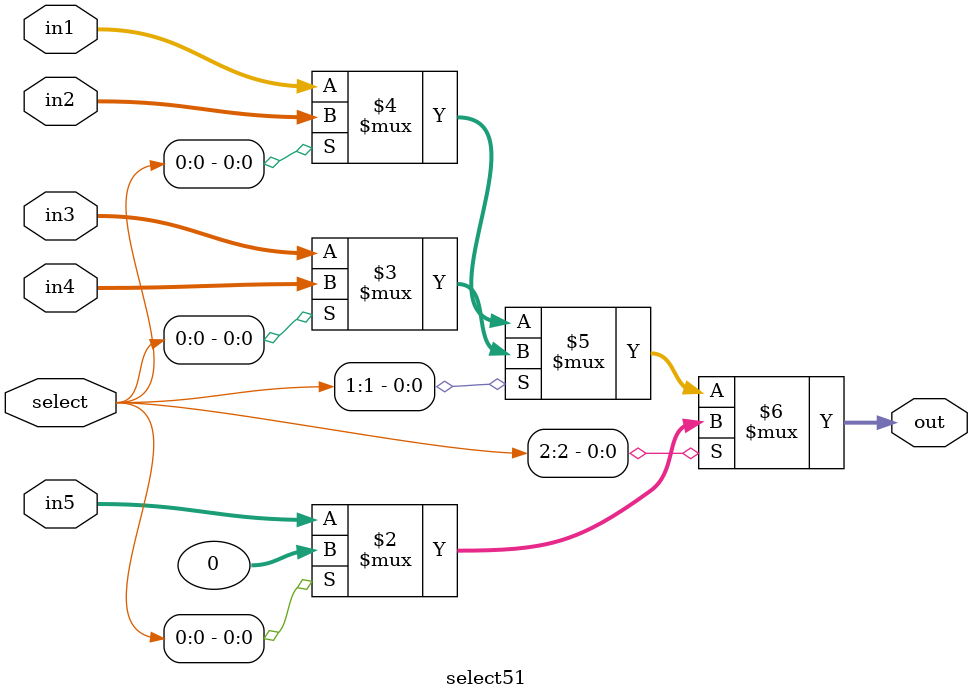
<source format=v>
module select51(in1, in2, in3, in4, in5, select, out);
	input [31:0] in1, in2, in3, in4, in5;
	input [2:0] select;
	// in1 == 1
	// in2 == 2
	// in3 == 3
	// in4 == 4
	// in5 == 5
	
	output [31:0] out;
	
	assign out = select[2] ? (select[0] ? 31'b0 : in5) : (select[1] ? (select[0] ? in4 : in3) : (select[0] ? in2 : in1)); 
	
endmodule 
</source>
